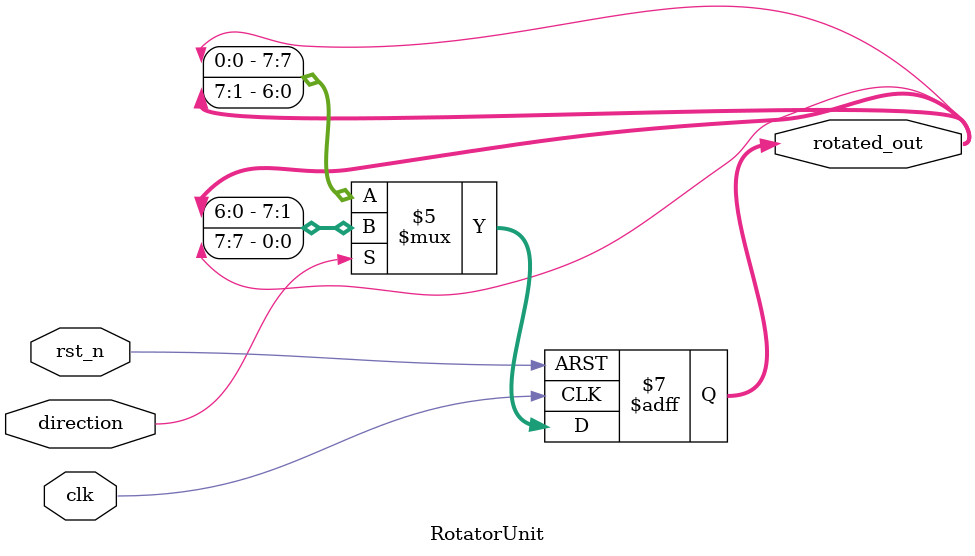
<source format=v>

module RotatorUnit(
    input        clk,
    input        rst_n,
    input        direction, // 1 for left, 0 for right
    output reg [7:0] rotated_out
);

    always @(posedge clk or negedge rst_n) begin
        if (!rst_n) begin
            // Initialize to a known starting pattern on reset.
            rotated_out <= 8'b10000000;
        end
        else begin
            // Check the direction signal to decide which way to rotate.
            if (direction == 1'b1) begin
                // Rotate Left: MSB wraps around to LSB.
                rotated_out <= {rotated_out[6:0], rotated_out[7]};
            end
            else begin
                // Rotate Right: LSB wraps around to MSB.
                rotated_out <= {rotated_out[0], rotated_out[7:1]};
            end
        end
    end

endmodule

</source>
